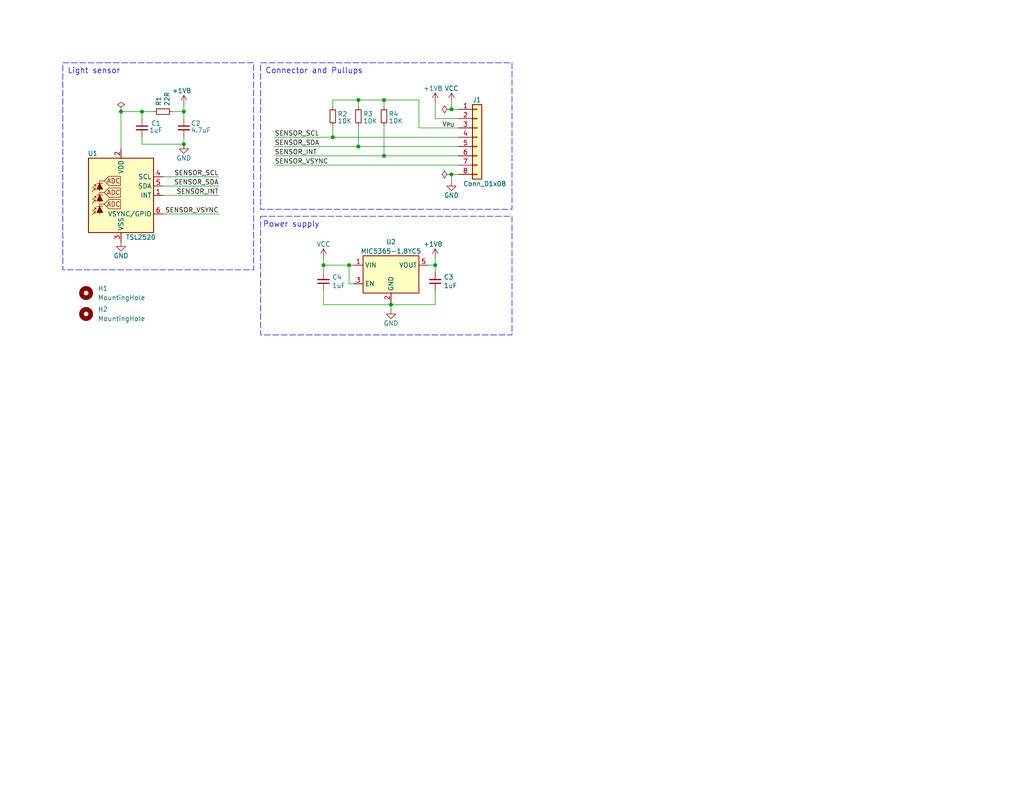
<source format=kicad_sch>
(kicad_sch (version 20230121) (generator eeschema)
  (paper "USLetter")
  (title_block (title "TSL2520 Sensor Breakout Board") (date "2023-11-27") (rev "A") (company "LogicProbe.org") (comment 1 "Derek Konigsberg <dkonigsberg@logicprobe.org>"))
  (lib_symbols
    (symbol "AMS_Sensor_Optical:TSL2520"
      (property "Reference" "U" (at -8.89 11.43 0))
      (property "Value" "TSL2520" (at 0.635 11.43 0))
      (symbol "TSL2520_0_0"
        (polyline (pts (xy -4.572 -2.413) (xy -3.302 -1.143) (xy -0.127 -1.143) (xy -0.127 -3.683) (xy -3.302 -3.683) (xy -4.572 -2.413)))
        (polyline (pts (xy -4.572 0.762) (xy -3.302 2.032) (xy -0.127 2.032) (xy -0.127 -0.508) (xy -3.302 -0.508) (xy -4.572 0.762)))
        (polyline (pts (xy -4.572 3.937) (xy -3.302 5.207) (xy -0.127 5.207) (xy -0.127 2.667) (xy -3.302 2.667) (xy -4.572 3.937)))
        (text "ADC" (at -2.032 -2.413 0) (effects (font (size 1.27 1.27))))
        (text "ADC" (at -2.032 0.762 0) (effects (font (size 1.27 1.27))))
        (text "ADC" (at -2.032 3.937 0) (effects (font (size 1.27 1.27))))
      )
      (symbol "TSL2520_0_1"
        (rectangle (start -8.89 10.16) (end 8.89 -10.16) (stroke (width 0.254)) (fill (type background)))
      )
      (symbol "TSL2520_1_0"
        (polyline (pts (xy -5.842 -5.207) (xy -5.842 -2.413) (xy -4.572 -2.413)))
        (polyline (pts (xy -5.842 -2.032) (xy -5.842 0.762) (xy -4.572 0.762)))
        (polyline (pts (xy -5.842 1.143) (xy -5.842 3.937) (xy -4.572 3.937)))
      )
      (symbol "TSL2520_1_1"
        (polyline (pts (xy -6.985 -4.445) (xy -7.874 -5.334)))
        (polyline (pts (xy -6.985 -4.445) (xy -7.493 -4.445)))
        (polyline (pts (xy -6.985 -4.445) (xy -6.985 -4.953)))
        (polyline (pts (xy -6.985 -1.27) (xy -7.874 -2.159)))
        (polyline (pts (xy -6.985 -1.27) (xy -7.493 -1.27)))
        (polyline (pts (xy -6.985 -1.27) (xy -6.985 -1.778)))
        (polyline (pts (xy -6.985 1.905) (xy -7.874 1.016)))
        (polyline (pts (xy -6.985 1.905) (xy -7.493 1.905)))
        (polyline (pts (xy -6.985 1.905) (xy -6.985 1.397)))
        (polyline (pts (xy -6.858 -3.429) (xy -7.747 -4.318)))
        (polyline (pts (xy -6.858 -3.429) (xy -7.366 -3.429)))
        (polyline (pts (xy -6.858 -3.429) (xy -6.858 -3.937)))
        (polyline (pts (xy -6.858 -0.254) (xy -7.747 -1.143)))
        (polyline (pts (xy -6.858 -0.254) (xy -7.366 -0.254)))
        (polyline (pts (xy -6.858 -0.254) (xy -6.858 -0.762)))
        (polyline (pts (xy -6.858 2.921) (xy -7.747 2.032)))
        (polyline (pts (xy -6.858 2.921) (xy -7.366 2.921)))
        (polyline (pts (xy -6.858 2.921) (xy -6.858 2.413)))
        (polyline (pts (xy -6.604 -3.048) (xy -4.953 -3.048)))
        (polyline (pts (xy -6.604 0.127) (xy -4.953 0.127)))
        (polyline (pts (xy -6.604 3.302) (xy -4.953 3.302)))
        (polyline (pts (xy -6.604 -4.699) (xy -4.953 -4.699) (xy -5.842 -3.048) (xy -6.604 -4.699)) (fill (type outline)))
        (polyline (pts (xy -6.604 -1.524) (xy -4.953 -1.524) (xy -5.842 0.127) (xy -6.604 -1.524)) (fill (type outline)))
        (polyline (pts (xy -6.604 1.651) (xy -4.953 1.651) (xy -5.842 3.302) (xy -6.604 1.651)) (fill (type outline)))
        (pin open_collector line (at 11.43 0 180) (length 2.54) (name "INT") (number "1"))
        (pin power_in line (at 0 12.7 270) (length 2.54) (name "VDD") (number "2"))
        (pin power_in line (at 0 -12.7 90) (length 2.54) (name "VSS") (number "3"))
        (pin input line (at 11.43 5.08 180) (length 2.54) (name "SCL") (number "4"))
        (pin bidirectional line (at 11.43 2.54 180) (length 2.54) (name "SDA") (number "5"))
        (pin bidirectional line (at 11.43 -5.08 180) (length 2.54) (name "VSYNC/GPIO") (number "6"))
      )
    )
    (symbol "Connector_Generic:Conn_01x08" (pin_names (offset 1.016) hide)
      (property "Reference" "J" (at 0 10.16 0))
      (property "Value" "Conn_01x08" (at 0 -12.7 0))
      (symbol "Conn_01x08_1_1"
        (rectangle (start -1.27 -10.033) (end 0 -10.287) (stroke (width 0.1524)))
        (rectangle (start -1.27 -7.493) (end 0 -7.747) (stroke (width 0.1524)))
        (rectangle (start -1.27 -4.953) (end 0 -5.207) (stroke (width 0.1524)))
        (rectangle (start -1.27 -2.413) (end 0 -2.667) (stroke (width 0.1524)))
        (rectangle (start -1.27 0.127) (end 0 -0.127) (stroke (width 0.1524)))
        (rectangle (start -1.27 2.667) (end 0 2.413) (stroke (width 0.1524)))
        (rectangle (start -1.27 5.207) (end 0 4.953) (stroke (width 0.1524)))
        (rectangle (start -1.27 7.747) (end 0 7.493) (stroke (width 0.1524)))
        (rectangle (start -1.27 8.89) (end 1.27 -11.43) (stroke (width 0.254)) (fill (type background)))
        (pin passive line (at -5.08 7.62 0) (length 3.81) (name "Pin_1") (number "1"))
        (pin passive line (at -5.08 5.08 0) (length 3.81) (name "Pin_2") (number "2"))
        (pin passive line (at -5.08 2.54 0) (length 3.81) (name "Pin_3") (number "3"))
        (pin passive line (at -5.08 0 0) (length 3.81) (name "Pin_4") (number "4"))
        (pin passive line (at -5.08 -2.54 0) (length 3.81) (name "Pin_5") (number "5"))
        (pin passive line (at -5.08 -5.08 0) (length 3.81) (name "Pin_6") (number "6"))
        (pin passive line (at -5.08 -7.62 0) (length 3.81) (name "Pin_7") (number "7"))
        (pin passive line (at -5.08 -10.16 0) (length 3.81) (name "Pin_8") (number "8"))
      )
    )
    (symbol "Device:C_Small" (pin_numbers hide) (pin_names (offset 0.254) hide)
      (property "Reference" "C" (at 0.254 1.778 0))
      (property "Value" "C_Small" (at 0.254 -2.032 0))
      (symbol "C_Small_0_1"
        (polyline (pts (xy -1.524 -0.508) (xy 1.524 -0.508)) (stroke (width 0.3302)))
        (polyline (pts (xy -1.524 0.508) (xy 1.524 0.508)) (stroke (width 0.3048)))
      )
      (symbol "C_Small_1_1"
        (pin passive line (at 0 2.54 270) (length 2.032) (name "~") (number "1"))
        (pin passive line (at 0 -2.54 90) (length 2.032) (name "~") (number "2"))
      )
    )
    (symbol "Device:R_Small" (pin_numbers hide) (pin_names (offset 0.254) hide)
      (property "Reference" "R" (at 0.762 0.508 0))
      (property "Value" "R_Small" (at 0.762 -1.016 0))
      (symbol "R_Small_0_1"
        (rectangle (start -0.762 1.778) (end 0.762 -1.778) (stroke (width 0.2032)))
      )
      (symbol "R_Small_1_1"
        (pin passive line (at 0 2.54 270) (length 0.762) (name "~") (number "1"))
        (pin passive line (at 0 -2.54 90) (length 0.762) (name "~") (number "2"))
      )
    )
    (symbol "Mechanical:MountingHole" (pin_names (offset 1.016))
      (property "Reference" "H" (at 0 5.08 0))
      (property "Value" "MountingHole" (at 0 3.175 0))
      (symbol "MountingHole_0_1"
        (circle (center 0 0) (radius 1.27) (stroke (width 1.27)))
      )
    )
    (symbol "Regulator_Linear:MIC5365-3.3YC5"
      (property "Reference" "U" (at -6.35 6.35 0))
      (property "Value" "MIC5365-3.3YC5" (at 0 6.35 0))
      (symbol "MIC5365-3.3YC5_0_1"
        (rectangle (start -7.62 -5.08) (end 7.62 5.08) (stroke (width 0.254)) (fill (type background)))
      )
      (symbol "MIC5365-3.3YC5_1_1"
        (pin power_in line (at -10.16 2.54 0) (length 2.54) (name "VIN") (number "1"))
        (pin power_in line (at 0 -7.62 90) (length 2.54) (name "GND") (number "2"))
        (pin input line (at -10.16 -2.54 0) (length 2.54) (name "EN") (number "3"))
        (pin no_connect line (at 7.62 -2.54 180) (length 2.54) hide (name "NC") (number "4"))
        (pin power_out line (at 10.16 2.54 180) (length 2.54) (name "VOUT") (number "5"))
      )
    )
    (symbol "power:+1V8" (power) (pin_names (offset 0))
      (property "Value" "+1V8" (at 0 3.556 0))
      (symbol "+1V8_0_1"
        (polyline (pts (xy -0.762 1.27) (xy 0 2.54)))
        (polyline (pts (xy 0 0) (xy 0 2.54)))
        (polyline (pts (xy 0 2.54) (xy 0.762 1.27)))
      )
      (symbol "+1V8_1_1"
        (pin power_in line (at 0 0 90) (length 0) hide (name "+1V8") (number "1"))
      )
    )
    (symbol "power:GND" (power) (pin_names (offset 0))
      (property "Value" "GND" (at 0 -3.81 0))
      (symbol "GND_0_1"
        (polyline (pts (xy 0 0) (xy 0 -1.27) (xy 1.27 -1.27) (xy 0 -2.54) (xy -1.27 -1.27) (xy 0 -1.27)))
      )
      (symbol "GND_1_1"
        (pin power_in line (at 0 0 270) (length 0) hide (name "GND") (number "1"))
      )
    )
    (symbol "power:PWR_FLAG" (power) (pin_numbers hide) (pin_names (offset 0) hide)
      (property "Value" "PWR_FLAG" (at 0 3.81 0))
      (symbol "PWR_FLAG_0_0"
        (pin power_out line (at 0 0 90) (length 0) (name "pwr") (number "1"))
      )
      (symbol "PWR_FLAG_0_1"
        (polyline (pts (xy 0 0) (xy 0 1.27) (xy -1.016 1.905) (xy 0 2.54) (xy 1.016 1.905) (xy 0 1.27)))
      )
    )
    (symbol "power:VCC" (power) (pin_names (offset 0))
      (property "Value" "VCC" (at 0 3.81 0))
      (symbol "VCC_0_1"
        (polyline (pts (xy -0.762 1.27) (xy 0 2.54)))
        (polyline (pts (xy 0 0) (xy 0 2.54)))
        (polyline (pts (xy 0 2.54) (xy 0.762 1.27)))
      )
      (symbol "VCC_1_1"
        (pin power_in line (at 0 0 90) (length 0) hide (name "VCC") (number "1"))
      )
    )
  )
  (junction (at 50.165 39.37))
  (junction (at 50.165 30.48))
  (junction (at 97.79 40.005))
  (junction (at 88.265 72.39))
  (junction (at 104.775 27.305))
  (junction (at 118.745 72.39))
  (junction (at 95.25 72.39))
  (junction (at 38.735 30.48))
  (junction (at 123.19 47.625))
  (junction (at 123.19 29.845))
  (junction (at 97.79 27.305))
  (junction (at 106.68 83.185))
  (junction (at 104.775 42.545))
  (junction (at 90.805 37.465))
  (junction (at 33.02 30.48))
  (wire (pts (xy 118.745 70.485) (xy 118.745 72.39)))
  (wire (pts (xy 88.265 70.485) (xy 88.265 72.39)))
  (wire (pts (xy 97.79 40.005) (xy 125.095 40.005)))
  (wire (pts (xy 44.45 48.26) (xy 59.69 48.26)))
  (wire (pts (xy 90.805 37.465) (xy 90.805 34.29)))
  (wire (pts (xy 90.805 27.305) (xy 97.79 27.305)))
  (wire (pts (xy 90.805 37.465) (xy 125.095 37.465)))
  (wire (pts (xy 104.775 27.305) (xy 114.3 27.305)))
  (wire (pts (xy 38.735 37.465) (xy 38.735 39.37)))
  (wire (pts (xy 106.68 82.55) (xy 106.68 83.185)))
  (wire (pts (xy 97.79 27.305) (xy 97.79 29.21)))
  (wire (pts (xy 104.775 42.545) (xy 104.775 34.29)))
  (wire (pts (xy 74.93 37.465) (xy 90.805 37.465)))
  (wire (pts (xy 116.84 72.39) (xy 118.745 72.39)))
  (wire (pts (xy 106.68 83.185) (xy 106.68 84.455)))
  (wire (pts (xy 118.745 72.39) (xy 118.745 74.295)))
  (wire (pts (xy 114.3 27.305) (xy 114.3 34.925)))
  (wire (pts (xy 88.265 79.375) (xy 88.265 83.185)))
  (wire (pts (xy 33.02 30.48) (xy 33.02 40.64)))
  (wire (pts (xy 41.91 30.48) (xy 38.735 30.48)))
  (wire (pts (xy 104.775 27.305) (xy 104.775 29.21)))
  (wire (pts (xy 118.745 79.375) (xy 118.745 83.185)))
  (wire (pts (xy 123.19 47.625) (xy 123.19 49.53)))
  (wire (pts (xy 97.79 27.305) (xy 104.775 27.305)))
  (wire (pts (xy 44.45 50.8) (xy 59.69 50.8)))
  (wire (pts (xy 123.19 27.94) (xy 123.19 29.845)))
  (wire (pts (xy 38.735 39.37) (xy 50.165 39.37)))
  (wire (pts (xy 50.165 37.465) (xy 50.165 39.37)))
  (wire (pts (xy 125.095 47.625) (xy 123.19 47.625)))
  (wire (pts (xy 95.25 77.47) (xy 95.25 72.39)))
  (wire (pts (xy 114.3 34.925) (xy 125.095 34.925)))
  (wire (pts (xy 74.93 42.545) (xy 104.775 42.545)))
  (wire (pts (xy 88.265 74.295) (xy 88.265 72.39)))
  (wire (pts (xy 97.79 40.005) (xy 97.79 34.29)))
  (wire (pts (xy 95.25 72.39) (xy 96.52 72.39)))
  (wire (pts (xy 118.745 27.94) (xy 118.745 32.385)))
  (wire (pts (xy 123.19 29.845) (xy 125.095 29.845)))
  (wire (pts (xy 74.93 40.005) (xy 97.79 40.005)))
  (wire (pts (xy 90.805 29.21) (xy 90.805 27.305)))
  (wire (pts (xy 88.265 72.39) (xy 95.25 72.39)))
  (wire (pts (xy 38.735 30.48) (xy 33.02 30.48)))
  (wire (pts (xy 88.265 83.185) (xy 106.68 83.185)))
  (wire (pts (xy 118.745 32.385) (xy 125.095 32.385)))
  (wire (pts (xy 74.93 45.085) (xy 125.095 45.085)))
  (wire (pts (xy 50.165 28.575) (xy 50.165 30.48)))
  (wire (pts (xy 118.745 83.185) (xy 106.68 83.185)))
  (wire (pts (xy 104.775 42.545) (xy 125.095 42.545)))
  (wire (pts (xy 38.735 30.48) (xy 38.735 32.385)))
  (wire (pts (xy 44.45 58.42) (xy 59.69 58.42)))
  (wire (pts (xy 46.99 30.48) (xy 50.165 30.48)))
  (wire (pts (xy 44.45 53.34) (xy 59.69 53.34)))
  (wire (pts (xy 50.165 30.48) (xy 50.165 32.385)))
  (wire (pts (xy 96.52 77.47) (xy 95.25 77.47)))
  (rectangle (start 17.145 17.145) (end 69.215 73.66) (stroke (width 0) (type dash)))
  (rectangle (start 71.12 17.145) (end 139.7 57.15) (stroke (width 0) (type dash)))
  (rectangle (start 71.12 59.055) (end 139.7 91.44) (stroke (width 0) (type dash)))
  (text "Light sensor" (at 18.415 20.32 0) (effects (font (size 1.524 1.524)) (justify left bottom)))
  (text "Connector and Pullups" (at 72.39 20.32 0) (effects (font (size 1.524 1.524)) (justify left bottom)))
  (text "Power supply" (at 71.755 62.23 0) (effects (font (size 1.524 1.524)) (justify left bottom)))
  (label "SENSOR_INT" (at 59.69 53.34 180))
  (label "SENSOR_SDA" (at 74.93 40.005 0))
  (label "SENSOR_SDA" (at 59.69 50.8 180))
  (label "SENSOR_SCL" (at 59.69 48.26 180))
  (label "SENSOR_VSYNC" (at 59.69 58.42 180))
  (label "SENSOR_INT" (at 74.93 42.545 0))
  (label "SENSOR_SCL" (at 74.93 37.465 0))
  (label "V_{PU}" (at 120.65 34.925 0))
  (label "SENSOR_VSYNC" (at 74.93 45.085 0))
  (symbol (lib_id "Device:R_Small") (at 44.45 30.48 90) (unit 1)
    (property "Reference" "R1" (at 43.2816 28.9814 0) (effects (justify left)))
    (property "Value" "22R" (at 45.593 28.9814 0) (effects (justify left)))
    (property "Footprint" "Resistor_SMD:R_0402_1005Metric" (effects hide))
    (property "Datasheet" "https://datasheet.lcsc.com/lcsc/1810231323_YAGEO-AC0402JR-0722RL_C144722.pdf" (effects hide))
    (property "Description" "RES SMD 22 OHM 5% 1/16W 0402" (effects hide))
    (property "Manufacturer" "Yaego" (effects hide))
    (property "Manufacturer PN" "AC0402JR-0722RL" (effects hide))
    (property "Supplier" "LCSC" (effects hide))
    (property "Supplier PN" "C144722" (effects hide))
  )
  (symbol (lib_id "power:GND") (at 123.19 49.53 0) (unit 1)
    (property "Reference" "#PWR05" (effects hide))
    (property "Value" "GND" (at 123.19 53.34 0))
  )
  (symbol (lib_id "AMS_Sensor_Optical:TSL2520") (at 33.02 53.34 0) (unit 1)
    (property "Reference" "U1" (at 26.67 41.91 0) (effects (justify right)))
    (property "Value" "TSL2520" (at 42.545 64.77 0) (effects (justify right)))
    (property "Footprint" "lib_fp:AMS_TSL2585_OLGA-6_2x1mm_P0.65mm" (effects hide))
    (property "Datasheet" "https://ams.com/documents/20143/4410897/TSL2520_DS001068_3-00.pdf" (effects hide))
    (property "Description" "AMBIENT LIGHT SENSOR" (effects hide))
    (property "Manufacturer" "ams OSRAM" (effects hide))
    (property "Manufacturer PN" "TSL25203M" (effects hide))
    (property "Supplier" "Digi-Key" (effects hide))
    (property "Supplier PN" "4991-TSL25203MCT-ND" (effects hide))
  )
  (symbol (lib_id "power:+1V8") (at 50.165 28.575 0) (unit 1)
    (property "Reference" "#PWR02" (effects hide))
    (property "Value" "+1V8" (at 49.53 24.765 0))
  )
  (symbol (lib_id "power:VCC") (at 123.19 27.94 0) (unit 1)
    (property "Reference" "#PWR06" (effects hide))
    (property "Value" "VCC" (at 123.19 24.13 0))
  )
  (symbol (lib_id "power:GND") (at 33.02 66.04 0) (unit 1)
    (property "Reference" "#PWR01" (effects hide))
    (property "Value" "GND" (at 33.02 69.85 0))
  )
  (symbol (lib_id "Device:C_Small") (at 50.165 34.925 0) (unit 1)
    (property "Reference" "C2" (at 52.07 33.655 0) (effects (justify left)))
    (property "Value" "4.7uF" (at 52.07 35.56 0) (effects (justify left)))
    (property "Footprint" "Capacitor_SMD:C_0402_1005Metric" (effects hide))
    (property "Datasheet" "https://media.digikey.com/pdf/Data%20Sheets/Samsung%20PDFs/CL05A475KQ5NRNC_Spec.pdf" (effects hide))
    (property "Description" "CAP CER 4.7UF 6.3V X5R 0402" (effects hide))
    (property "Manufacturer" "Samsung Electro-Mechanics" (effects hide))
    (property "Manufacturer PN" "CL05A475KQ5NRNC" (effects hide))
    (property "Supplier" "Digi-Key" (effects hide))
    (property "Supplier PN" "1276-1481-1-ND" (effects hide))
  )
  (symbol (lib_id "Mechanical:MountingHole") (at 23.495 85.725 0) (unit 1)
    (property "Reference" "H2" (at 26.67 84.455 0) (effects (justify left)))
    (property "Value" "MountingHole" (at 26.67 86.995 0) (effects (justify left)))
    (property "Footprint" "MountingHole:MountingHole_2.5mm_Pad" (effects hide))
  )
  (symbol (lib_id "Device:R_Small") (at 104.775 31.75 0) (unit 1)
    (property "Reference" "R4" (at 106.045 31.115 0) (effects (justify left)))
    (property "Value" "10K" (at 106.045 33.02 0) (effects (justify left)))
    (property "Footprint" "Resistor_SMD:R_0603_1608Metric" (effects hide))
    (property "Datasheet" "https://www.vishay.com/docs/20035/dcrcwe3.pdf" (effects hide))
    (property "Description" "RES SMD 10K OHM 5% 1/10W 0603" (effects hide))
    (property "Manufacturer" "Vishay Dale" (effects hide))
    (property "Manufacturer PN" "CRCW060310K0JNEA" (effects hide))
    (property "Supplier" "Digi-Key" (effects hide))
    (property "Supplier PN" "541-10KGCT-ND" (effects hide))
  )
  (symbol (lib_id "Mechanical:MountingHole") (at 23.495 80.01 0) (unit 1)
    (property "Reference" "H1" (at 26.67 78.74 0) (effects (justify left)))
    (property "Value" "MountingHole" (at 26.67 81.28 0) (effects (justify left)))
    (property "Footprint" "MountingHole:MountingHole_2.5mm_Pad" (effects hide))
  )
  (symbol (lib_id "Device:R_Small") (at 97.79 31.75 0) (unit 1)
    (property "Reference" "R3" (at 99.06 31.115 0) (effects (justify left)))
    (property "Value" "10K" (at 99.06 33.02 0) (effects (justify left)))
    (property "Footprint" "Resistor_SMD:R_0603_1608Metric" (effects hide))
    (property "Datasheet" "https://www.vishay.com/docs/20035/dcrcwe3.pdf" (effects hide))
    (property "Description" "RES SMD 10K OHM 5% 1/10W 0603" (effects hide))
    (property "Manufacturer" "Vishay Dale" (effects hide))
    (property "Manufacturer PN" "CRCW060310K0JNEA" (effects hide))
    (property "Supplier" "Digi-Key" (effects hide))
    (property "Supplier PN" "541-10KGCT-ND" (effects hide))
  )
  (symbol (lib_id "power:PWR_FLAG") (at 123.19 47.625 90) (unit 1) (in_bom no)
    (property "Reference" "#FLG03" (effects hide))
    (property "Value" "PWR_FLAG" (effects hide))
  )
  (symbol (lib_id "Device:C_Small") (at 38.735 34.925 0) (unit 1)
    (property "Reference" "C1" (at 42.545 33.655 0))
    (property "Value" "1uF" (at 42.545 35.56 0))
    (property "Footprint" "Capacitor_SMD:C_0402_1005Metric" (effects hide))
    (property "Datasheet" "https://media.digikey.com/pdf/Data%20Sheets/Samsung%20PDFs/CL05A105KQ5NNNC_Spec.pdf" (effects hide))
    (property "Description" "CAP CER 1UF 6.3V X5R 0402" (effects hide))
    (property "Manufacturer" "Samsung Electro-Mechanics" (effects hide))
    (property "Manufacturer PN" "CL05A105KQ5NNNC" (effects hide))
    (property "Supplier" "LCSC" (effects hide))
    (property "Supplier PN" "C107372" (effects hide))
  )
  (symbol (lib_id "power:GND") (at 106.68 84.455 0) (unit 1)
    (property "Reference" "#PWR04" (effects hide))
    (property "Value" "GND" (at 106.68 88.265 0))
  )
  (symbol (lib_id "power:+1V8") (at 118.745 27.94 0) (unit 1)
    (property "Reference" "#PWR09" (effects hide))
    (property "Value" "+1V8" (at 118.11 24.13 0))
  )
  (symbol (lib_id "power:PWR_FLAG") (at 123.19 29.845 90) (unit 1) (in_bom no)
    (property "Reference" "#FLG02" (effects hide))
    (property "Value" "PWR_FLAG" (effects hide))
  )
  (symbol (lib_id "power:VCC") (at 88.265 70.485 0) (unit 1)
    (property "Reference" "#PWR08" (effects hide))
    (property "Value" "VCC" (at 88.265 66.675 0))
  )
  (symbol (lib_id "Connector_Generic:Conn_01x08") (at 130.175 37.465 0) (unit 1)
    (property "Reference" "J1" (at 128.905 27.305 0) (effects (justify left)))
    (property "Value" "Conn_01x08" (at 126.365 50.165 0) (effects (justify left)))
    (property "Footprint" "Connector_PinHeader_2.54mm:PinHeader_1x08_P2.54mm_Vertical" (effects hide))
  )
  (symbol (lib_id "Regulator_Linear:MIC5365-3.3YC5") (at 106.68 74.93 0) (unit 1)
    (property "Reference" "U2" (at 106.68 66.04 0))
    (property "Value" "MIC5365-1.8YC5" (at 106.68 68.58 0))
    (property "Footprint" "Package_TO_SOT_SMD:SOT-353_SC-70-5" (effects hide))
    (property "Datasheet" "http://ww1.microchip.com/downloads/en/DeviceDoc/mic5365.pdf" (effects hide))
    (property "Description" "Linear Voltage Regulator IC Positive Fixed 1 Output 150mA SC-70-5" (effects hide))
    (property "Manufacturer" "Microchip Technology" (effects hide))
    (property "Manufacturer PN" "MIC5365-1.8YC5-TR" (effects hide))
    (property "Supplier" "Digi-Key" (effects hide))
    (property "Supplier PN" "576-3181-1-ND" (effects hide))
  )
  (symbol (lib_id "power:+1V8") (at 118.745 70.485 0) (unit 1)
    (property "Reference" "#PWR07" (effects hide))
    (property "Value" "+1V8" (at 118.11 66.675 0))
  )
  (symbol (lib_id "Device:C_Small") (at 118.745 76.835 180) (unit 1)
    (property "Reference" "C3" (at 121.0818 75.6666 0) (effects (justify right)))
    (property "Value" "1uF" (at 121.0818 77.978 0) (effects (justify right)))
    (property "Footprint" "Capacitor_SMD:C_0603_1608Metric" (effects hide))
    (property "Datasheet" "https://media.digikey.com/pdf/Data%20Sheets/Samsung%20PDFs/CL10B105KA8NNNC_spec.pdf" (effects hide))
    (property "Description" "CAP CER 1UF 25V X7R 0603" (effects hide))
    (property "Manufacturer" "Samsung Electro-Mechanics" (effects hide))
    (property "Manufacturer PN" "CL10B105KA8NNNC" (effects hide))
    (property "Supplier" "LCSC" (effects hide))
    (property "Supplier PN" "C29936" (effects hide))
  )
  (symbol (lib_id "Device:C_Small") (at 88.265 76.835 180) (unit 1)
    (property "Reference" "C4" (at 90.6018 75.6666 0) (effects (justify right)))
    (property "Value" "1uF" (at 90.6018 77.978 0) (effects (justify right)))
    (property "Footprint" "Capacitor_SMD:C_0603_1608Metric" (effects hide))
    (property "Datasheet" "https://media.digikey.com/pdf/Data%20Sheets/Samsung%20PDFs/CL10B105KA8NNNC_spec.pdf" (effects hide))
    (property "Description" "CAP CER 1UF 25V X7R 0603" (effects hide))
    (property "Manufacturer" "Samsung Electro-Mechanics" (effects hide))
    (property "Manufacturer PN" "CL10B105KA8NNNC" (effects hide))
    (property "Supplier" "LCSC" (effects hide))
    (property "Supplier PN" "C29936" (effects hide))
  )
  (symbol (lib_id "power:PWR_FLAG") (at 33.02 30.48 0) (unit 1) (in_bom no)
    (property "Reference" "#FLG01" (effects hide))
    (property "Value" "PWR_FLAG" (effects hide))
  )
  (symbol (lib_id "power:GND") (at 50.165 39.37 0) (unit 1)
    (property "Reference" "#PWR03" (effects hide))
    (property "Value" "GND" (at 50.165 43.18 0))
  )
  (symbol (lib_id "Device:R_Small") (at 90.805 31.75 0) (unit 1)
    (property "Reference" "R2" (at 92.075 31.115 0) (effects (justify left)))
    (property "Value" "10K" (at 92.075 33.02 0) (effects (justify left)))
    (property "Footprint" "Resistor_SMD:R_0603_1608Metric" (effects hide))
    (property "Datasheet" "https://www.vishay.com/docs/20035/dcrcwe3.pdf" (effects hide))
    (property "Description" "RES SMD 10K OHM 5% 1/10W 0603" (effects hide))
    (property "Manufacturer" "Vishay Dale" (effects hide))
    (property "Manufacturer PN" "CRCW060310K0JNEA" (effects hide))
    (property "Supplier" "Digi-Key" (effects hide))
    (property "Supplier PN" "541-10KGCT-ND" (effects hide))
  )
)
</source>
